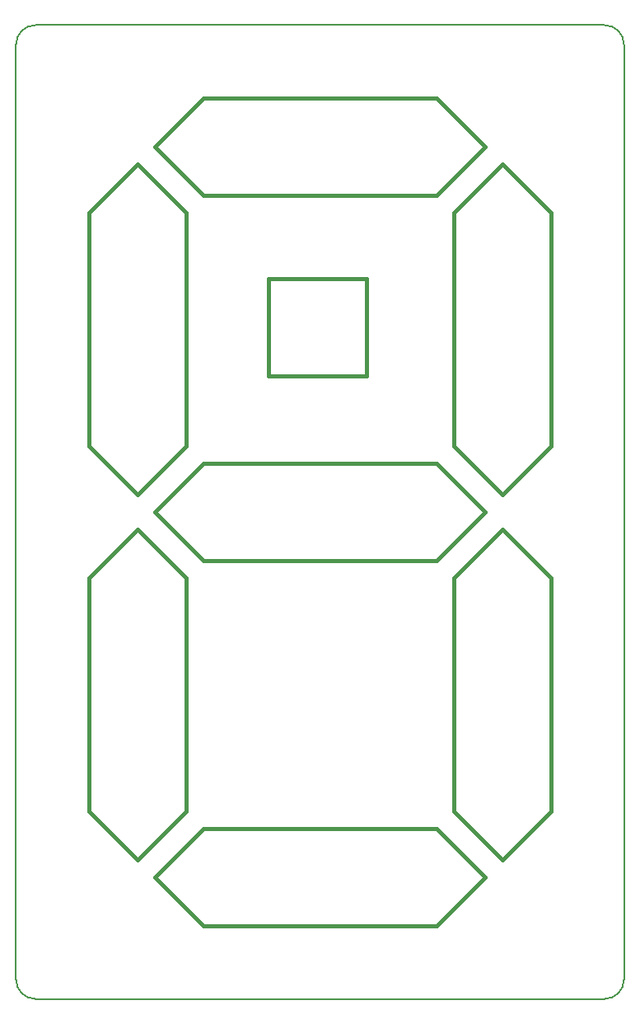
<source format=gbr>
G04 #@! TF.FileFunction,Profile,NP*
%FSLAX46Y46*%
G04 Gerber Fmt 4.6, Leading zero omitted, Abs format (unit mm)*
G04 Created by KiCad (PCBNEW 4.0.4+e1-6308~48~ubuntu16.04.1-stable) date Sun Jan 28 16:14:42 2018*
%MOMM*%
%LPD*%
G01*
G04 APERTURE LIST*
%ADD10C,0.100000*%
%ADD11C,0.400000*%
%ADD12C,0.150000*%
G04 APERTURE END LIST*
D10*
D11*
X126000000Y-91000000D02*
X126000000Y-81000000D01*
X136000000Y-91000000D02*
X126000000Y-91000000D01*
X136000000Y-81000000D02*
X136000000Y-91000000D01*
X126000000Y-81000000D02*
X136000000Y-81000000D01*
D12*
X162500000Y-57000000D02*
G75*
G03X160500000Y-55000000I-2000000J0D01*
G01*
X160500000Y-155000000D02*
G75*
G03X162500000Y-153000000I0J2000000D01*
G01*
X100000000Y-153000000D02*
G75*
G03X102000000Y-155000000I2000000J0D01*
G01*
X102000000Y-55000000D02*
G75*
G03X100000000Y-57000000I0J-2000000D01*
G01*
D11*
X112500000Y-106770000D02*
X117500000Y-111770000D01*
X117500000Y-111770000D02*
X117500000Y-135730000D01*
X112500000Y-140730000D02*
X117500000Y-135730000D01*
X107500000Y-135730000D02*
X112500000Y-140730000D01*
X107500000Y-111770000D02*
X107500000Y-135730000D01*
X107500000Y-111770000D02*
X112500000Y-106770000D01*
X145000000Y-111770000D02*
X150000000Y-106770000D01*
X145000000Y-111770000D02*
X145000000Y-135730000D01*
X145000000Y-135730000D02*
X150000000Y-140730000D01*
X150000000Y-140730000D02*
X155000000Y-135730000D01*
X155000000Y-111770000D02*
X155000000Y-135730000D01*
X150000000Y-106770000D02*
X155000000Y-111770000D01*
X114270000Y-105000000D02*
X119270000Y-100000000D01*
X114270000Y-105000000D02*
X119270000Y-110000000D01*
X119270000Y-110000000D02*
X143230000Y-110000000D01*
X143230000Y-110000000D02*
X148230000Y-105000000D01*
X143230000Y-100000000D02*
X148230000Y-105000000D01*
X119270000Y-100000000D02*
X143230000Y-100000000D01*
X150000000Y-69270000D02*
X155000000Y-74270000D01*
X155000000Y-74270000D02*
X155000000Y-98230000D01*
X150000000Y-103230000D02*
X155000000Y-98230000D01*
X145000000Y-98230000D02*
X150000000Y-103230000D01*
X145000000Y-74270000D02*
X145000000Y-98230000D01*
X145000000Y-74270000D02*
X150000000Y-69270000D01*
X107500000Y-74270000D02*
X112500000Y-69270000D01*
X107500000Y-74270000D02*
X107500000Y-98230000D01*
X107500000Y-98230000D02*
X112500000Y-103230000D01*
X112500000Y-103230000D02*
X117500000Y-98230000D01*
X117500000Y-74270000D02*
X117500000Y-98230000D01*
X112500000Y-69270000D02*
X117500000Y-74270000D01*
X119270000Y-137500000D02*
X143230000Y-137500000D01*
X143230000Y-137500000D02*
X148230000Y-142500000D01*
X143230000Y-147500000D02*
X148230000Y-142500000D01*
X119270000Y-147500000D02*
X143230000Y-147500000D01*
X114270000Y-142500000D02*
X119270000Y-147500000D01*
X114270000Y-142500000D02*
X119270000Y-137500000D01*
X114270000Y-67500000D02*
X119270000Y-62500000D01*
X114270000Y-67500000D02*
X119270000Y-72500000D01*
X119270000Y-72500000D02*
X143230000Y-72500000D01*
X143230000Y-72500000D02*
X148230000Y-67500000D01*
X143230000Y-62500000D02*
X148230000Y-67500000D01*
X119270000Y-62500000D02*
X143230000Y-62500000D01*
D12*
X162500000Y-57000000D02*
X162500000Y-153000000D01*
X102000000Y-155000000D02*
X160500000Y-155000000D01*
X100000000Y-57000000D02*
X100000000Y-153000000D01*
X102000000Y-55000000D02*
X160500000Y-55000000D01*
M02*

</source>
